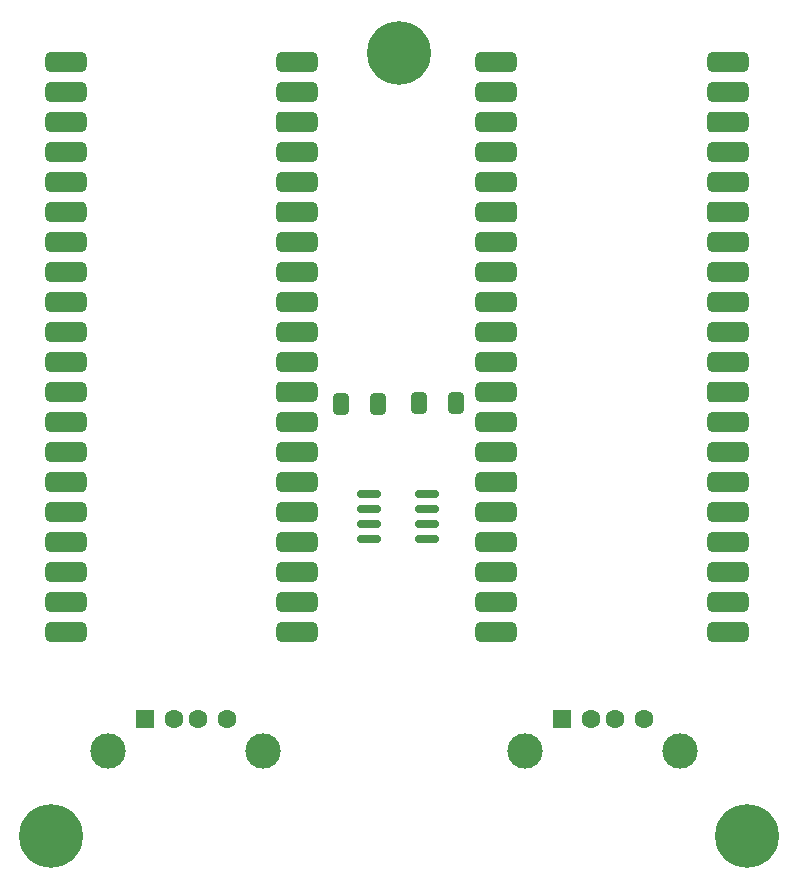
<source format=gbr>
%TF.GenerationSoftware,KiCad,Pcbnew,7.0.10*%
%TF.CreationDate,2024-02-20T22:57:10+05:30*%
%TF.ProjectId,DeskHop,4465736b-486f-4702-9e6b-696361645f70,v1*%
%TF.SameCoordinates,Original*%
%TF.FileFunction,Soldermask,Top*%
%TF.FilePolarity,Negative*%
%FSLAX46Y46*%
G04 Gerber Fmt 4.6, Leading zero omitted, Abs format (unit mm)*
G04 Created by KiCad (PCBNEW 7.0.10) date 2024-02-20 22:57:10*
%MOMM*%
%LPD*%
G01*
G04 APERTURE LIST*
G04 Aperture macros list*
%AMRoundRect*
0 Rectangle with rounded corners*
0 $1 Rounding radius*
0 $2 $3 $4 $5 $6 $7 $8 $9 X,Y pos of 4 corners*
0 Add a 4 corners polygon primitive as box body*
4,1,4,$2,$3,$4,$5,$6,$7,$8,$9,$2,$3,0*
0 Add four circle primitives for the rounded corners*
1,1,$1+$1,$2,$3*
1,1,$1+$1,$4,$5*
1,1,$1+$1,$6,$7*
1,1,$1+$1,$8,$9*
0 Add four rect primitives between the rounded corners*
20,1,$1+$1,$2,$3,$4,$5,0*
20,1,$1+$1,$4,$5,$6,$7,0*
20,1,$1+$1,$6,$7,$8,$9,0*
20,1,$1+$1,$8,$9,$2,$3,0*%
G04 Aperture macros list end*
%ADD10C,3.100000*%
%ADD11C,5.400000*%
%ADD12RoundRect,0.250000X-0.412500X-0.650000X0.412500X-0.650000X0.412500X0.650000X-0.412500X0.650000X0*%
%ADD13R,1.600000X1.500000*%
%ADD14C,1.600000*%
%ADD15C,3.000000*%
%ADD16C,1.752600*%
%ADD17RoundRect,0.425000X1.325000X0.425000X-1.325000X0.425000X-1.325000X-0.425000X1.325000X-0.425000X0*%
%ADD18RoundRect,0.425000X-1.325000X-0.425000X1.325000X-0.425000X1.325000X0.425000X-1.325000X0.425000X0*%
%ADD19RoundRect,0.438150X-0.438150X-0.438150X0.438150X-0.438150X0.438150X0.438150X-0.438150X0.438150X0*%
%ADD20RoundRect,0.150000X-0.825000X-0.150000X0.825000X-0.150000X0.825000X0.150000X-0.825000X0.150000X0*%
%ADD21RoundRect,0.250000X0.412500X0.650000X-0.412500X0.650000X-0.412500X-0.650000X0.412500X-0.650000X0*%
G04 APERTURE END LIST*
D10*
%TO.C,H3*%
X67310000Y-45212000D03*
D11*
X67310000Y-45212000D03*
%TD*%
D12*
%TO.C,C2*%
X69041691Y-74877665D03*
X72166691Y-74877665D03*
%TD*%
D13*
%TO.C,J4*%
X45776000Y-101574000D03*
D14*
X48276000Y-101574000D03*
X50276000Y-101574000D03*
X52776000Y-101574000D03*
D15*
X42706000Y-104284000D03*
X55846000Y-104284000D03*
%TD*%
D10*
%TO.C,H2*%
X96774000Y-111506000D03*
D11*
X96774000Y-111506000D03*
%TD*%
D13*
%TO.C,J1*%
X81082000Y-101574000D03*
D14*
X83582000Y-101574000D03*
X85582000Y-101574000D03*
X88082000Y-101574000D03*
D15*
X78012000Y-104284000D03*
X91152000Y-104284000D03*
%TD*%
D16*
%TO.C,MCU2*%
X76454000Y-45974000D03*
D17*
X75554000Y-45974000D03*
D16*
X76454000Y-48514000D03*
D18*
X75554000Y-48514000D03*
D16*
X76454000Y-51054000D03*
D18*
X75554000Y-51054000D03*
D16*
X76454000Y-53594000D03*
D18*
X75554000Y-53594000D03*
D16*
X76454000Y-56134000D03*
D18*
X75554000Y-56134000D03*
D19*
X76454000Y-58674000D03*
D18*
X75554000Y-58674000D03*
D16*
X76454000Y-61214000D03*
D18*
X75554000Y-61214000D03*
D16*
X76454000Y-63754000D03*
D18*
X75554000Y-63754000D03*
D16*
X76454000Y-66294000D03*
D18*
X75554000Y-66294000D03*
D16*
X76454000Y-68834000D03*
D18*
X75554000Y-68834000D03*
D16*
X76454000Y-71374000D03*
D18*
X75554000Y-71374000D03*
D16*
X76454000Y-73914000D03*
D18*
X75554000Y-73914000D03*
D16*
X76454000Y-76454000D03*
D18*
X75554000Y-76454000D03*
D16*
X76454000Y-78994000D03*
D18*
X75554000Y-78994000D03*
D19*
X76454000Y-81534000D03*
D18*
X75554000Y-81534000D03*
D16*
X76454000Y-84074000D03*
D18*
X75554000Y-84074000D03*
D16*
X76454000Y-86614000D03*
D18*
X75554000Y-86614000D03*
D16*
X76454000Y-89154000D03*
D18*
X75554000Y-89154000D03*
D16*
X76454000Y-91694000D03*
D18*
X75554000Y-91694000D03*
D16*
X76454000Y-94234000D03*
D18*
X75554000Y-94234000D03*
D16*
X94234000Y-94234000D03*
D17*
X95134000Y-94234000D03*
D16*
X94234000Y-91694000D03*
D17*
X95134000Y-91694000D03*
D16*
X94234000Y-89154000D03*
D17*
X95134000Y-89154000D03*
D16*
X94234000Y-86614000D03*
D17*
X95134000Y-86614000D03*
D16*
X94234000Y-84074000D03*
D17*
X95134000Y-84074000D03*
D16*
X94234000Y-81534000D03*
D17*
X95134000Y-81534000D03*
D16*
X94234000Y-78994000D03*
D17*
X95134000Y-78994000D03*
D16*
X94234000Y-76454000D03*
D17*
X95134000Y-76454000D03*
D19*
X94234000Y-73914000D03*
D17*
X95134000Y-73914000D03*
D16*
X94234000Y-71374000D03*
D17*
X95134000Y-71374000D03*
D16*
X94234000Y-68834000D03*
D17*
X95134000Y-68834000D03*
D16*
X94234000Y-66294000D03*
D17*
X95134000Y-66294000D03*
D16*
X94234000Y-63754000D03*
D17*
X95134000Y-63754000D03*
D16*
X94234000Y-61214000D03*
D17*
X95134000Y-61214000D03*
D19*
X94234000Y-58674000D03*
D17*
X95134000Y-58674000D03*
D16*
X94234000Y-56134000D03*
D17*
X95134000Y-56134000D03*
D16*
X94234000Y-53594000D03*
D17*
X95134000Y-53594000D03*
D19*
X94234000Y-51054000D03*
D17*
X95134000Y-51054000D03*
D16*
X94234000Y-48514000D03*
D17*
X95134000Y-48514000D03*
D16*
X94234000Y-45974000D03*
D17*
X95134000Y-45974000D03*
%TD*%
D10*
%TO.C,H1*%
X37846000Y-111506000D03*
D11*
X37846000Y-111506000D03*
%TD*%
D20*
%TO.C,U4*%
X64753070Y-82571110D03*
X64753070Y-83841110D03*
X64753070Y-85111110D03*
X64753070Y-86381110D03*
X69703070Y-86381110D03*
X69703070Y-85111110D03*
X69703070Y-83841110D03*
X69703070Y-82571110D03*
%TD*%
D16*
%TO.C,MCU1*%
X39995523Y-45958249D03*
D17*
X39095523Y-45958249D03*
D16*
X39995523Y-48498249D03*
D18*
X39095523Y-48498249D03*
D16*
X39995523Y-51038249D03*
D18*
X39095523Y-51038249D03*
D16*
X39995523Y-53578249D03*
D18*
X39095523Y-53578249D03*
D16*
X39995523Y-56118249D03*
D18*
X39095523Y-56118249D03*
D19*
X39995523Y-58658249D03*
D18*
X39095523Y-58658249D03*
D16*
X39995523Y-61198249D03*
D18*
X39095523Y-61198249D03*
D16*
X39995523Y-63738249D03*
D18*
X39095523Y-63738249D03*
D16*
X39995523Y-66278249D03*
D18*
X39095523Y-66278249D03*
D16*
X39995523Y-68818249D03*
D18*
X39095523Y-68818249D03*
D16*
X39995523Y-71358249D03*
D18*
X39095523Y-71358249D03*
X39095523Y-73898249D03*
D19*
X57775523Y-73898249D03*
D16*
X39995523Y-76438249D03*
D18*
X39095523Y-76438249D03*
D16*
X39995523Y-78978249D03*
D18*
X39095523Y-78978249D03*
D19*
X39995523Y-81518249D03*
D18*
X39095523Y-81518249D03*
D16*
X39995523Y-84058249D03*
D18*
X39095523Y-84058249D03*
D16*
X39995523Y-86598249D03*
D18*
X39095523Y-86598249D03*
D16*
X39995523Y-89138249D03*
D18*
X39095523Y-89138249D03*
D16*
X39995523Y-91678249D03*
D18*
X39095523Y-91678249D03*
D16*
X39995523Y-94218249D03*
D18*
X39095523Y-94218249D03*
D16*
X57775523Y-94218249D03*
D17*
X58675523Y-94218249D03*
D16*
X57775523Y-91678249D03*
D17*
X58675523Y-91678249D03*
D16*
X57775523Y-89138249D03*
D17*
X58675523Y-89138249D03*
D16*
X57775523Y-86598249D03*
D17*
X58675523Y-86598249D03*
D16*
X57775523Y-84058249D03*
D17*
X58675523Y-84058249D03*
D16*
X57775523Y-81518249D03*
D17*
X58675523Y-81518249D03*
D16*
X57775523Y-78978249D03*
D17*
X58675523Y-78978249D03*
D16*
X57775523Y-76438249D03*
D17*
X58675523Y-76438249D03*
D16*
X39995523Y-73898249D03*
D17*
X58675523Y-73898249D03*
D16*
X57775523Y-71358249D03*
D17*
X58675523Y-71358249D03*
D16*
X57775523Y-68818249D03*
D17*
X58675523Y-68818249D03*
D16*
X57775523Y-66278249D03*
D17*
X58675523Y-66278249D03*
D16*
X57775523Y-63738249D03*
D17*
X58675523Y-63738249D03*
D16*
X57775523Y-61198249D03*
D17*
X58675523Y-61198249D03*
D19*
X57775523Y-58658249D03*
D17*
X58675523Y-58658249D03*
D16*
X57775523Y-56118249D03*
D17*
X58675523Y-56118249D03*
D16*
X57775523Y-53578249D03*
D17*
X58675523Y-53578249D03*
D19*
X57775523Y-51038249D03*
D17*
X58675523Y-51038249D03*
D16*
X57775523Y-48498249D03*
D17*
X58675523Y-48498249D03*
D16*
X57775523Y-45958249D03*
D17*
X58675523Y-45958249D03*
%TD*%
D21*
%TO.C,C1*%
X65572536Y-74929999D03*
X62447536Y-74929999D03*
%TD*%
M02*

</source>
